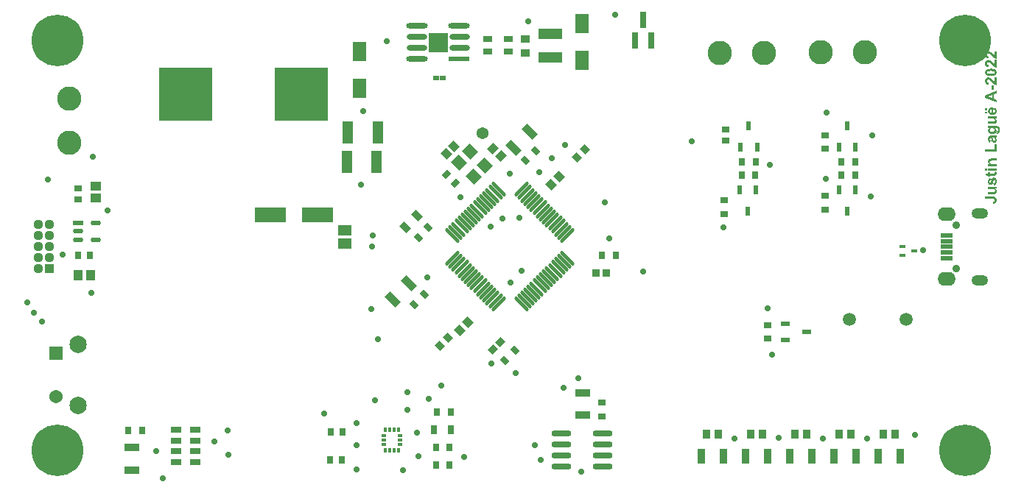
<source format=gts>
G04*
G04 #@! TF.GenerationSoftware,Altium Limited,Altium Designer,22.9.1 (49)*
G04*
G04 Layer_Color=8388736*
%FSLAX44Y44*%
%MOMM*%
G71*
G04*
G04 #@! TF.SameCoordinates,A2259558-2793-4ACD-BA26-FD92625B8348*
G04*
G04*
G04 #@! TF.FilePolarity,Negative*
G04*
G01*
G75*
%ADD19R,0.3500X0.5750*%
%ADD20R,0.5750X0.3500*%
G04:AMPARAMS|DCode=22|XSize=0.65mm|YSize=0.9mm|CornerRadius=0mm|HoleSize=0mm|Usage=FLASHONLY|Rotation=135.000|XOffset=0mm|YOffset=0mm|HoleType=Round|Shape=Rectangle|*
%AMROTATEDRECTD22*
4,1,4,0.5480,0.0884,-0.0884,-0.5480,-0.5480,-0.0884,0.0884,0.5480,0.5480,0.0884,0.0*
%
%ADD22ROTATEDRECTD22*%

G04:AMPARAMS|DCode=30|XSize=0.7565mm|YSize=0.8621mm|CornerRadius=0mm|HoleSize=0mm|Usage=FLASHONLY|Rotation=225.000|XOffset=0mm|YOffset=0mm|HoleType=Round|Shape=Rectangle|*
%AMROTATEDRECTD30*
4,1,4,-0.0374,0.5723,0.5723,-0.0374,0.0374,-0.5723,-0.5723,0.0374,-0.0374,0.5723,0.0*
%
%ADD30ROTATEDRECTD30*%

%ADD33R,0.8578X0.8121*%
G04:AMPARAMS|DCode=42|XSize=1.2052mm|YSize=0.5321mm|CornerRadius=0.2661mm|HoleSize=0mm|Usage=FLASHONLY|Rotation=0.000|XOffset=0mm|YOffset=0mm|HoleType=Round|Shape=RoundedRectangle|*
%AMROUNDEDRECTD42*
21,1,1.2052,0.0000,0,0,0.0*
21,1,0.6731,0.5321,0,0,0.0*
1,1,0.5321,0.3366,0.0000*
1,1,0.5321,-0.3366,0.0000*
1,1,0.5321,-0.3366,0.0000*
1,1,0.5321,0.3366,0.0000*
%
%ADD42ROUNDEDRECTD42*%
%ADD43R,1.2052X0.5321*%
%ADD44R,0.7565X0.8621*%
%ADD47R,0.8000X0.4000*%
%ADD52R,0.5500X1.0500*%
G04:AMPARAMS|DCode=55|XSize=0.8578mm|YSize=0.8121mm|CornerRadius=0mm|HoleSize=0mm|Usage=FLASHONLY|Rotation=225.000|XOffset=0mm|YOffset=0mm|HoleType=Round|Shape=Rectangle|*
%AMROTATEDRECTD55*
4,1,4,0.0161,0.5904,0.5904,0.0161,-0.0161,-0.5904,-0.5904,-0.0161,0.0161,0.5904,0.0*
%
%ADD55ROTATEDRECTD55*%

%ADD56R,1.0500X0.5500*%
G04:AMPARAMS|DCode=59|XSize=2.4741mm|YSize=0.6221mm|CornerRadius=0.3111mm|HoleSize=0mm|Usage=FLASHONLY|Rotation=180.000|XOffset=0mm|YOffset=0mm|HoleType=Round|Shape=RoundedRectangle|*
%AMROUNDEDRECTD59*
21,1,2.4741,0.0000,0,0,180.0*
21,1,1.8519,0.6221,0,0,180.0*
1,1,0.6221,-0.9260,0.0000*
1,1,0.6221,0.9260,0.0000*
1,1,0.6221,0.9260,0.0000*
1,1,0.6221,-0.9260,0.0000*
%
%ADD59ROUNDEDRECTD59*%
G04:AMPARAMS|DCode=60|XSize=2.3581mm|YSize=0.6221mm|CornerRadius=0.3111mm|HoleSize=0mm|Usage=FLASHONLY|Rotation=180.000|XOffset=0mm|YOffset=0mm|HoleType=Round|Shape=RoundedRectangle|*
%AMROUNDEDRECTD60*
21,1,2.3581,0.0000,0,0,180.0*
21,1,1.7360,0.6221,0,0,180.0*
1,1,0.6221,-0.8680,0.0000*
1,1,0.6221,0.8680,0.0000*
1,1,0.6221,0.8680,0.0000*
1,1,0.6221,-0.8680,0.0000*
%
%ADD60ROUNDEDRECTD60*%
%ADD61R,2.4741X0.6221*%
%ADD62R,1.2500X2.5000*%
%ADD63R,1.0000X0.7500*%
%ADD64R,1.0800X0.9700*%
G04:AMPARAMS|DCode=65|XSize=1.4mm|YSize=1.2mm|CornerRadius=0mm|HoleSize=0mm|Usage=FLASHONLY|Rotation=315.000|XOffset=0mm|YOffset=0mm|HoleType=Round|Shape=Rectangle|*
%AMROTATEDRECTD65*
4,1,4,-0.9192,0.0707,-0.0707,0.9192,0.9192,-0.0707,0.0707,-0.9192,-0.9192,0.0707,0.0*
%
%ADD65ROTATEDRECTD65*%

G04:AMPARAMS|DCode=66|XSize=1mm|YSize=0.85mm|CornerRadius=0mm|HoleSize=0mm|Usage=FLASHONLY|Rotation=225.000|XOffset=0mm|YOffset=0mm|HoleType=Round|Shape=Rectangle|*
%AMROTATEDRECTD66*
4,1,4,0.0530,0.6541,0.6541,0.0530,-0.0530,-0.6541,-0.6541,-0.0530,0.0530,0.6541,0.0*
%
%ADD66ROTATEDRECTD66*%

G04:AMPARAMS|DCode=67|XSize=1mm|YSize=0.85mm|CornerRadius=0mm|HoleSize=0mm|Usage=FLASHONLY|Rotation=135.000|XOffset=0mm|YOffset=0mm|HoleType=Round|Shape=Rectangle|*
%AMROTATEDRECTD67*
4,1,4,0.6541,-0.0530,0.0530,-0.6541,-0.6541,0.0530,-0.0530,0.6541,0.6541,-0.0530,0.0*
%
%ADD67ROTATEDRECTD67*%

%ADD68R,0.6600X0.6200*%
G04:AMPARAMS|DCode=69|XSize=0.4mm|YSize=2.2mm|CornerRadius=0mm|HoleSize=0mm|Usage=FLASHONLY|Rotation=45.000|XOffset=0mm|YOffset=0mm|HoleType=Round|Shape=Round|*
%AMOVALD69*
21,1,1.8000,0.4000,0.0000,0.0000,135.0*
1,1,0.4000,0.6364,-0.6364*
1,1,0.4000,-0.6364,0.6364*
%
%ADD69OVALD69*%

G04:AMPARAMS|DCode=70|XSize=0.4mm|YSize=2.2mm|CornerRadius=0mm|HoleSize=0mm|Usage=FLASHONLY|Rotation=315.000|XOffset=0mm|YOffset=0mm|HoleType=Round|Shape=Round|*
%AMOVALD70*
21,1,1.8000,0.4000,0.0000,0.0000,45.0*
1,1,0.4000,-0.6364,-0.6364*
1,1,0.4000,0.6364,0.6364*
%
%ADD70OVALD70*%

G04:AMPARAMS|DCode=71|XSize=0.95mm|YSize=0.7mm|CornerRadius=0mm|HoleSize=0mm|Usage=FLASHONLY|Rotation=315.000|XOffset=0mm|YOffset=0mm|HoleType=Round|Shape=Rectangle|*
%AMROTATEDRECTD71*
4,1,4,-0.5834,0.0884,-0.0884,0.5834,0.5834,-0.0884,0.0884,-0.5834,-0.5834,0.0884,0.0*
%
%ADD71ROTATEDRECTD71*%

%ADD72R,0.7000X0.9500*%
G04:AMPARAMS|DCode=73|XSize=1.7mm|YSize=0.95mm|CornerRadius=0mm|HoleSize=0mm|Usage=FLASHONLY|Rotation=315.000|XOffset=0mm|YOffset=0mm|HoleType=Round|Shape=Rectangle|*
%AMROTATEDRECTD73*
4,1,4,-0.9369,0.2652,-0.2652,0.9369,0.9369,-0.2652,0.2652,-0.9369,-0.9369,0.2652,0.0*
%
%ADD73ROTATEDRECTD73*%

G04:AMPARAMS|DCode=74|XSize=1.05mm|YSize=0.9mm|CornerRadius=0mm|HoleSize=0mm|Usage=FLASHONLY|Rotation=315.000|XOffset=0mm|YOffset=0mm|HoleType=Round|Shape=Rectangle|*
%AMROTATEDRECTD74*
4,1,4,-0.6894,0.0530,-0.0530,0.6894,0.6894,-0.0530,0.0530,-0.6894,-0.6894,0.0530,0.0*
%
%ADD74ROTATEDRECTD74*%

%ADD75R,0.6500X1.9000*%
%ADD76R,6.1000X6.1000*%
%ADD77R,0.9500X0.7000*%
%ADD78R,1.7000X0.9500*%
%ADD79R,0.9000X1.0500*%
G04:AMPARAMS|DCode=80|XSize=1.1mm|YSize=0.8mm|CornerRadius=0mm|HoleSize=0mm|Usage=FLASHONLY|Rotation=135.000|XOffset=0mm|YOffset=0mm|HoleType=Round|Shape=Rectangle|*
%AMROTATEDRECTD80*
4,1,4,0.6718,-0.1061,0.1061,-0.6718,-0.6718,0.1061,-0.1061,0.6718,0.6718,-0.1061,0.0*
%
%ADD80ROTATEDRECTD80*%

%ADD81R,1.6000X2.2200*%
%ADD82R,2.7000X1.2000*%
%ADD83R,1.2000X0.7000*%
%ADD84R,1.4000X0.5500*%
%ADD85O,2.3000X0.7000*%
%ADD86R,0.8000X1.1000*%
%ADD87R,3.6000X1.7000*%
%ADD88R,1.5000X1.2000*%
%ADD89R,0.9500X0.8000*%
%ADD90R,0.9500X1.7000*%
%ADD91R,1.1000X1.1500*%
%ADD92R,1.1500X1.1000*%
%ADD93R,2.2900X2.2900*%
%ADD94C,5.9420*%
%ADD95C,1.5080*%
%ADD96C,2.7940*%
%ADD97C,1.1160*%
%ADD98R,1.1160X1.1160*%
%ADD99O,2.1000X1.5500*%
%ADD100O,1.9000X1.2500*%
%ADD101C,0.9000*%
%ADD102C,1.9954*%
%ADD103C,1.5406*%
%ADD104R,1.5406X1.5406*%
%ADD105C,0.7096*%
%ADD106C,1.3700*%
G36*
X1129166Y500852D02*
X1129147D01*
X1129109D01*
X1129034Y500871D01*
X1128940Y500890D01*
X1128827Y500908D01*
X1128696Y500927D01*
X1128357Y501002D01*
X1127981Y501115D01*
X1127568Y501266D01*
X1127117Y501454D01*
X1126684Y501698D01*
X1126666D01*
X1126628Y501735D01*
X1126553Y501773D01*
X1126478Y501848D01*
X1126346Y501923D01*
X1126215Y502036D01*
X1126045Y502168D01*
X1125857Y502318D01*
X1125632Y502487D01*
X1125406Y502694D01*
X1125143Y502920D01*
X1124861Y503183D01*
X1124579Y503465D01*
X1124260Y503784D01*
X1123922Y504123D01*
X1123564Y504498D01*
X1123546Y504517D01*
X1123489Y504574D01*
X1123414Y504649D01*
X1123301Y504762D01*
X1123188Y504912D01*
X1123038Y505062D01*
X1122700Y505401D01*
X1122343Y505739D01*
X1121985Y506077D01*
X1121835Y506228D01*
X1121666Y506378D01*
X1121534Y506491D01*
X1121422Y506566D01*
X1121384Y506585D01*
X1121290Y506641D01*
X1121140Y506735D01*
X1120933Y506829D01*
X1120707Y506923D01*
X1120444Y507017D01*
X1120181Y507074D01*
X1119899Y507092D01*
X1119880D01*
X1119862D01*
X1119768D01*
X1119598Y507074D01*
X1119410Y507036D01*
X1119204Y506980D01*
X1118997Y506904D01*
X1118790Y506792D01*
X1118602Y506641D01*
X1118583Y506622D01*
X1118527Y506566D01*
X1118452Y506453D01*
X1118377Y506322D01*
X1118301Y506134D01*
X1118226Y505927D01*
X1118170Y505683D01*
X1118151Y505401D01*
Y505269D01*
X1118170Y505119D01*
X1118207Y504950D01*
X1118264Y504743D01*
X1118358Y504536D01*
X1118471Y504329D01*
X1118621Y504141D01*
X1118640Y504123D01*
X1118715Y504066D01*
X1118828Y503991D01*
X1118997Y503916D01*
X1119204Y503822D01*
X1119486Y503747D01*
X1119805Y503671D01*
X1120181Y503634D01*
X1119937Y501153D01*
X1119918D01*
X1119843Y501172D01*
X1119749D01*
X1119598Y501209D01*
X1119429Y501228D01*
X1119241Y501284D01*
X1119035Y501341D01*
X1118790Y501397D01*
X1118320Y501585D01*
X1117832Y501811D01*
X1117587Y501961D01*
X1117362Y502130D01*
X1117174Y502318D01*
X1116986Y502525D01*
X1116967Y502544D01*
X1116948Y502581D01*
X1116911Y502638D01*
X1116835Y502732D01*
X1116779Y502844D01*
X1116704Y502995D01*
X1116610Y503145D01*
X1116535Y503333D01*
X1116441Y503540D01*
X1116366Y503765D01*
X1116215Y504254D01*
X1116121Y504837D01*
X1116102Y505137D01*
X1116084Y505457D01*
Y505645D01*
X1116102Y505777D01*
X1116121Y505946D01*
X1116140Y506134D01*
X1116178Y506340D01*
X1116215Y506566D01*
X1116347Y507055D01*
X1116535Y507543D01*
X1116647Y507807D01*
X1116779Y508032D01*
X1116948Y508276D01*
X1117136Y508483D01*
X1117155Y508502D01*
X1117174Y508540D01*
X1117249Y508577D01*
X1117324Y508652D01*
X1117418Y508746D01*
X1117550Y508840D01*
X1117681Y508934D01*
X1117850Y509047D01*
X1118226Y509235D01*
X1118659Y509423D01*
X1118903Y509498D01*
X1119166Y509536D01*
X1119448Y509573D01*
X1119730Y509592D01*
X1119768D01*
X1119880D01*
X1120050Y509573D01*
X1120256Y509555D01*
X1120519Y509517D01*
X1120801Y509461D01*
X1121102Y509385D01*
X1121403Y509273D01*
X1121440Y509254D01*
X1121534Y509216D01*
X1121704Y509141D01*
X1121910Y509028D01*
X1122155Y508897D01*
X1122437Y508728D01*
X1122737Y508521D01*
X1123057Y508276D01*
X1123076Y508258D01*
X1123170Y508182D01*
X1123301Y508070D01*
X1123489Y507901D01*
X1123715Y507675D01*
X1124016Y507393D01*
X1124335Y507055D01*
X1124730Y506641D01*
X1124749Y506622D01*
X1124767Y506585D01*
X1124824Y506529D01*
X1124899Y506453D01*
X1125087Y506246D01*
X1125312Y506002D01*
X1125557Y505758D01*
X1125801Y505513D01*
X1126008Y505288D01*
X1126102Y505213D01*
X1126177Y505137D01*
X1126196Y505119D01*
X1126233Y505081D01*
X1126309Y505025D01*
X1126403Y504950D01*
X1126609Y504780D01*
X1126854Y504630D01*
Y509592D01*
X1129166D01*
Y500852D01*
D02*
G37*
G36*
Y490740D02*
X1129147D01*
X1129109D01*
X1129034Y490759D01*
X1128940Y490777D01*
X1128827Y490796D01*
X1128696Y490815D01*
X1128357Y490890D01*
X1127981Y491003D01*
X1127568Y491153D01*
X1127117Y491341D01*
X1126684Y491586D01*
X1126666D01*
X1126628Y491623D01*
X1126553Y491661D01*
X1126478Y491736D01*
X1126346Y491811D01*
X1126215Y491924D01*
X1126045Y492056D01*
X1125857Y492206D01*
X1125632Y492375D01*
X1125406Y492582D01*
X1125143Y492807D01*
X1124861Y493070D01*
X1124579Y493353D01*
X1124260Y493672D01*
X1123922Y494010D01*
X1123564Y494386D01*
X1123546Y494405D01*
X1123489Y494461D01*
X1123414Y494537D01*
X1123301Y494649D01*
X1123188Y494800D01*
X1123038Y494950D01*
X1122700Y495288D01*
X1122343Y495627D01*
X1121985Y495965D01*
X1121835Y496115D01*
X1121666Y496266D01*
X1121534Y496379D01*
X1121422Y496454D01*
X1121384Y496473D01*
X1121290Y496529D01*
X1121140Y496623D01*
X1120933Y496717D01*
X1120707Y496811D01*
X1120444Y496905D01*
X1120181Y496961D01*
X1119899Y496980D01*
X1119880D01*
X1119862D01*
X1119768D01*
X1119598Y496961D01*
X1119410Y496924D01*
X1119204Y496867D01*
X1118997Y496792D01*
X1118790Y496679D01*
X1118602Y496529D01*
X1118583Y496510D01*
X1118527Y496454D01*
X1118452Y496341D01*
X1118377Y496209D01*
X1118301Y496021D01*
X1118226Y495815D01*
X1118170Y495570D01*
X1118151Y495288D01*
Y495157D01*
X1118170Y495006D01*
X1118207Y494837D01*
X1118264Y494631D01*
X1118358Y494424D01*
X1118471Y494217D01*
X1118621Y494029D01*
X1118640Y494010D01*
X1118715Y493954D01*
X1118828Y493879D01*
X1118997Y493804D01*
X1119204Y493710D01*
X1119486Y493634D01*
X1119805Y493559D01*
X1120181Y493522D01*
X1119937Y491040D01*
X1119918D01*
X1119843Y491059D01*
X1119749D01*
X1119598Y491097D01*
X1119429Y491116D01*
X1119241Y491172D01*
X1119035Y491228D01*
X1118790Y491285D01*
X1118320Y491473D01*
X1117832Y491698D01*
X1117587Y491849D01*
X1117362Y492018D01*
X1117174Y492206D01*
X1116986Y492413D01*
X1116967Y492431D01*
X1116948Y492469D01*
X1116911Y492525D01*
X1116835Y492619D01*
X1116779Y492732D01*
X1116704Y492883D01*
X1116610Y493033D01*
X1116535Y493221D01*
X1116441Y493428D01*
X1116366Y493653D01*
X1116215Y494142D01*
X1116121Y494725D01*
X1116102Y495025D01*
X1116084Y495345D01*
Y495533D01*
X1116102Y495664D01*
X1116121Y495834D01*
X1116140Y496021D01*
X1116178Y496228D01*
X1116215Y496454D01*
X1116347Y496942D01*
X1116535Y497431D01*
X1116647Y497694D01*
X1116779Y497920D01*
X1116948Y498164D01*
X1117136Y498371D01*
X1117155Y498390D01*
X1117174Y498427D01*
X1117249Y498465D01*
X1117324Y498540D01*
X1117418Y498634D01*
X1117550Y498728D01*
X1117681Y498822D01*
X1117850Y498935D01*
X1118226Y499123D01*
X1118659Y499311D01*
X1118903Y499386D01*
X1119166Y499424D01*
X1119448Y499461D01*
X1119730Y499480D01*
X1119768D01*
X1119880D01*
X1120050Y499461D01*
X1120256Y499442D01*
X1120519Y499405D01*
X1120801Y499348D01*
X1121102Y499273D01*
X1121403Y499160D01*
X1121440Y499142D01*
X1121534Y499104D01*
X1121704Y499029D01*
X1121910Y498916D01*
X1122155Y498784D01*
X1122437Y498615D01*
X1122737Y498409D01*
X1123057Y498164D01*
X1123076Y498145D01*
X1123170Y498070D01*
X1123301Y497957D01*
X1123489Y497788D01*
X1123715Y497563D01*
X1124016Y497281D01*
X1124335Y496942D01*
X1124730Y496529D01*
X1124749Y496510D01*
X1124767Y496473D01*
X1124824Y496416D01*
X1124899Y496341D01*
X1125087Y496134D01*
X1125312Y495890D01*
X1125557Y495646D01*
X1125801Y495401D01*
X1126008Y495176D01*
X1126102Y495101D01*
X1126177Y495025D01*
X1126196Y495006D01*
X1126233Y494969D01*
X1126309Y494912D01*
X1126403Y494837D01*
X1126609Y494668D01*
X1126854Y494518D01*
Y499480D01*
X1129166D01*
Y490740D01*
D02*
G37*
G36*
X1123358Y489368D02*
X1123658Y489349D01*
X1124016Y489311D01*
X1124391Y489274D01*
X1124805Y489236D01*
X1125237Y489161D01*
X1125688Y489067D01*
X1126121Y488973D01*
X1126553Y488841D01*
X1126985Y488710D01*
X1127380Y488522D01*
X1127756Y488334D01*
X1128075Y488108D01*
X1128094Y488090D01*
X1128132Y488052D01*
X1128207Y487996D01*
X1128282Y487920D01*
X1128376Y487808D01*
X1128489Y487676D01*
X1128621Y487507D01*
X1128733Y487338D01*
X1128865Y487131D01*
X1128996Y486924D01*
X1129109Y486680D01*
X1129203Y486417D01*
X1129278Y486135D01*
X1129353Y485815D01*
X1129391Y485496D01*
X1129410Y485157D01*
Y485082D01*
X1129391Y484969D01*
Y484838D01*
X1129372Y484688D01*
X1129335Y484500D01*
X1129297Y484293D01*
X1129222Y484067D01*
X1129147Y483823D01*
X1129053Y483578D01*
X1128940Y483315D01*
X1128790Y483071D01*
X1128639Y482808D01*
X1128432Y482564D01*
X1128226Y482319D01*
X1127963Y482094D01*
X1127944Y482075D01*
X1127887Y482037D01*
X1127794Y481981D01*
X1127681Y481925D01*
X1127512Y481830D01*
X1127305Y481736D01*
X1127042Y481624D01*
X1126760Y481530D01*
X1126421Y481417D01*
X1126045Y481304D01*
X1125613Y481210D01*
X1125143Y481135D01*
X1124617Y481060D01*
X1124034Y481003D01*
X1123414Y480966D01*
X1122737Y480947D01*
X1122719D01*
X1122700D01*
X1122643D01*
X1122568D01*
X1122380D01*
X1122136Y480966D01*
X1121835Y480985D01*
X1121478Y481022D01*
X1121102Y481060D01*
X1120689Y481097D01*
X1120256Y481173D01*
X1119824Y481248D01*
X1119373Y481361D01*
X1118941Y481473D01*
X1118527Y481624D01*
X1118132Y481793D01*
X1117756Y481981D01*
X1117437Y482206D01*
X1117418Y482225D01*
X1117381Y482263D01*
X1117305Y482319D01*
X1117230Y482413D01*
X1117117Y482507D01*
X1117005Y482639D01*
X1116892Y482808D01*
X1116760Y482977D01*
X1116629Y483184D01*
X1116516Y483391D01*
X1116403Y483635D01*
X1116290Y483898D01*
X1116215Y484180D01*
X1116140Y484500D01*
X1116102Y484819D01*
X1116084Y485157D01*
Y485345D01*
X1116102Y485477D01*
X1116121Y485627D01*
X1116159Y485815D01*
X1116196Y486003D01*
X1116253Y486229D01*
X1116328Y486473D01*
X1116422Y486699D01*
X1116516Y486943D01*
X1116647Y487187D01*
X1116817Y487432D01*
X1116986Y487676D01*
X1117193Y487902D01*
X1117437Y488108D01*
X1117456Y488127D01*
X1117512Y488165D01*
X1117606Y488221D01*
X1117738Y488315D01*
X1117926Y488409D01*
X1118151Y488522D01*
X1118395Y488635D01*
X1118715Y488747D01*
X1119053Y488860D01*
X1119448Y488992D01*
X1119880Y489086D01*
X1120369Y489180D01*
X1120895Y489274D01*
X1121459Y489330D01*
X1122079Y489368D01*
X1122756Y489386D01*
X1122775D01*
X1122794D01*
X1122850D01*
X1122925D01*
X1123113D01*
X1123358Y489368D01*
D02*
G37*
G36*
X1129166Y470515D02*
X1129147D01*
X1129109D01*
X1129034Y470534D01*
X1128940Y470553D01*
X1128827Y470572D01*
X1128696Y470591D01*
X1128357Y470666D01*
X1127981Y470779D01*
X1127568Y470929D01*
X1127117Y471117D01*
X1126684Y471361D01*
X1126666D01*
X1126628Y471399D01*
X1126553Y471436D01*
X1126478Y471511D01*
X1126346Y471587D01*
X1126215Y471699D01*
X1126045Y471831D01*
X1125857Y471981D01*
X1125632Y472151D01*
X1125406Y472357D01*
X1125143Y472583D01*
X1124861Y472846D01*
X1124579Y473128D01*
X1124260Y473447D01*
X1123922Y473786D01*
X1123564Y474162D01*
X1123546Y474180D01*
X1123489Y474237D01*
X1123414Y474312D01*
X1123301Y474425D01*
X1123188Y474575D01*
X1123038Y474726D01*
X1122700Y475064D01*
X1122343Y475402D01*
X1121985Y475741D01*
X1121835Y475891D01*
X1121666Y476041D01*
X1121534Y476154D01*
X1121422Y476229D01*
X1121384Y476248D01*
X1121290Y476305D01*
X1121140Y476399D01*
X1120933Y476492D01*
X1120707Y476586D01*
X1120444Y476680D01*
X1120181Y476737D01*
X1119899Y476756D01*
X1119880D01*
X1119862D01*
X1119768D01*
X1119598Y476737D01*
X1119410Y476699D01*
X1119204Y476643D01*
X1118997Y476568D01*
X1118790Y476455D01*
X1118602Y476305D01*
X1118583Y476286D01*
X1118527Y476229D01*
X1118452Y476116D01*
X1118377Y475985D01*
X1118301Y475797D01*
X1118226Y475590D01*
X1118170Y475346D01*
X1118151Y475064D01*
Y474932D01*
X1118170Y474782D01*
X1118207Y474613D01*
X1118264Y474406D01*
X1118358Y474199D01*
X1118471Y473993D01*
X1118621Y473805D01*
X1118640Y473786D01*
X1118715Y473729D01*
X1118828Y473654D01*
X1118997Y473579D01*
X1119204Y473485D01*
X1119486Y473410D01*
X1119805Y473335D01*
X1120181Y473297D01*
X1119937Y470816D01*
X1119918D01*
X1119843Y470835D01*
X1119749D01*
X1119598Y470872D01*
X1119429Y470891D01*
X1119241Y470948D01*
X1119035Y471004D01*
X1118790Y471060D01*
X1118320Y471248D01*
X1117832Y471474D01*
X1117587Y471624D01*
X1117362Y471793D01*
X1117174Y471981D01*
X1116986Y472188D01*
X1116967Y472207D01*
X1116948Y472244D01*
X1116911Y472301D01*
X1116835Y472395D01*
X1116779Y472508D01*
X1116704Y472658D01*
X1116610Y472808D01*
X1116535Y472996D01*
X1116441Y473203D01*
X1116366Y473429D01*
X1116215Y473917D01*
X1116121Y474500D01*
X1116102Y474801D01*
X1116084Y475120D01*
Y475308D01*
X1116102Y475440D01*
X1116121Y475609D01*
X1116140Y475797D01*
X1116178Y476004D01*
X1116215Y476229D01*
X1116347Y476718D01*
X1116535Y477207D01*
X1116647Y477470D01*
X1116779Y477695D01*
X1116948Y477940D01*
X1117136Y478147D01*
X1117155Y478165D01*
X1117174Y478203D01*
X1117249Y478241D01*
X1117324Y478316D01*
X1117418Y478410D01*
X1117550Y478504D01*
X1117681Y478598D01*
X1117850Y478710D01*
X1118226Y478898D01*
X1118659Y479086D01*
X1118903Y479161D01*
X1119166Y479199D01*
X1119448Y479237D01*
X1119730Y479255D01*
X1119768D01*
X1119880D01*
X1120050Y479237D01*
X1120256Y479218D01*
X1120519Y479180D01*
X1120801Y479124D01*
X1121102Y479049D01*
X1121403Y478936D01*
X1121440Y478917D01*
X1121534Y478880D01*
X1121704Y478804D01*
X1121910Y478692D01*
X1122155Y478560D01*
X1122437Y478391D01*
X1122737Y478184D01*
X1123057Y477940D01*
X1123076Y477921D01*
X1123170Y477846D01*
X1123301Y477733D01*
X1123489Y477564D01*
X1123715Y477338D01*
X1124016Y477056D01*
X1124335Y476718D01*
X1124730Y476305D01*
X1124749Y476286D01*
X1124767Y476248D01*
X1124824Y476192D01*
X1124899Y476116D01*
X1125087Y475910D01*
X1125312Y475665D01*
X1125557Y475421D01*
X1125801Y475177D01*
X1126008Y474951D01*
X1126102Y474876D01*
X1126177Y474801D01*
X1126196Y474782D01*
X1126233Y474744D01*
X1126309Y474688D01*
X1126403Y474613D01*
X1126609Y474444D01*
X1126854Y474293D01*
Y479255D01*
X1129166D01*
Y470515D01*
D02*
G37*
G36*
X1125688Y465027D02*
X1123188D01*
Y469933D01*
X1125688D01*
Y465027D01*
D02*
G37*
G36*
X1129166Y461099D02*
X1126215Y459971D01*
Y454745D01*
X1129166Y453674D01*
Y450892D01*
X1116159Y455930D01*
Y458711D01*
X1129166Y463937D01*
Y461099D01*
D02*
G37*
G36*
X1118508Y441607D02*
X1116366D01*
Y443750D01*
X1118508D01*
Y441607D01*
D02*
G37*
G36*
Y437791D02*
X1116366D01*
Y439934D01*
X1118508D01*
Y437791D01*
D02*
G37*
G36*
X1125181Y438863D02*
X1125200D01*
X1125237D01*
X1125294D01*
X1125369Y438882D01*
X1125557Y438900D01*
X1125820Y438938D01*
X1126083Y439013D01*
X1126384Y439126D01*
X1126666Y439258D01*
X1126910Y439445D01*
X1126929Y439464D01*
X1127004Y439558D01*
X1127098Y439671D01*
X1127211Y439840D01*
X1127324Y440047D01*
X1127418Y440310D01*
X1127493Y440592D01*
X1127512Y440893D01*
Y440987D01*
X1127493Y441100D01*
X1127474Y441231D01*
X1127436Y441381D01*
X1127380Y441551D01*
X1127305Y441720D01*
X1127192Y441870D01*
X1127173Y441889D01*
X1127136Y441945D01*
X1127060Y442021D01*
X1126948Y442096D01*
X1126797Y442209D01*
X1126628Y442303D01*
X1126403Y442397D01*
X1126158Y442491D01*
X1126572Y444972D01*
X1126590D01*
X1126628Y444953D01*
X1126703Y444915D01*
X1126797Y444878D01*
X1126910Y444821D01*
X1127042Y444765D01*
X1127342Y444596D01*
X1127681Y444389D01*
X1128038Y444126D01*
X1128357Y443806D01*
X1128658Y443449D01*
Y443430D01*
X1128696Y443411D01*
X1128715Y443336D01*
X1128771Y443261D01*
X1128827Y443167D01*
X1128884Y443036D01*
X1128940Y442904D01*
X1129015Y442735D01*
X1129147Y442359D01*
X1129260Y441927D01*
X1129335Y441419D01*
X1129372Y440874D01*
Y440761D01*
X1129353Y440648D01*
Y440479D01*
X1129316Y440273D01*
X1129278Y440028D01*
X1129241Y439765D01*
X1129166Y439502D01*
X1129090Y439201D01*
X1128978Y438900D01*
X1128846Y438600D01*
X1128696Y438299D01*
X1128508Y437998D01*
X1128301Y437716D01*
X1128057Y437472D01*
X1127775Y437228D01*
X1127756Y437209D01*
X1127718Y437190D01*
X1127643Y437152D01*
X1127549Y437077D01*
X1127418Y437021D01*
X1127267Y436946D01*
X1127098Y436852D01*
X1126891Y436777D01*
X1126666Y436683D01*
X1126421Y436607D01*
X1126158Y436513D01*
X1125857Y436457D01*
X1125557Y436401D01*
X1125237Y436344D01*
X1124880Y436325D01*
X1124523Y436307D01*
X1124504D01*
X1124429D01*
X1124297D01*
X1124128Y436325D01*
X1123940Y436344D01*
X1123715Y436363D01*
X1123470Y436401D01*
X1123188Y436457D01*
X1122606Y436607D01*
X1122305Y436701D01*
X1121985Y436814D01*
X1121685Y436964D01*
X1121403Y437134D01*
X1121121Y437322D01*
X1120858Y437528D01*
X1120839Y437547D01*
X1120801Y437585D01*
X1120726Y437660D01*
X1120651Y437754D01*
X1120557Y437867D01*
X1120444Y438017D01*
X1120313Y438186D01*
X1120181Y438374D01*
X1120068Y438581D01*
X1119937Y438825D01*
X1119824Y439070D01*
X1119730Y439352D01*
X1119655Y439633D01*
X1119580Y439953D01*
X1119542Y440273D01*
X1119523Y440611D01*
Y440818D01*
X1119542Y440968D01*
X1119561Y441137D01*
X1119598Y441344D01*
X1119636Y441570D01*
X1119692Y441814D01*
X1119768Y442077D01*
X1119862Y442340D01*
X1119974Y442622D01*
X1120125Y442904D01*
X1120275Y443167D01*
X1120463Y443430D01*
X1120689Y443693D01*
X1120933Y443919D01*
X1120952Y443938D01*
X1120989Y443975D01*
X1121083Y444032D01*
X1121196Y444107D01*
X1121346Y444201D01*
X1121516Y444295D01*
X1121741Y444408D01*
X1121985Y444520D01*
X1122268Y444633D01*
X1122587Y444746D01*
X1122925Y444840D01*
X1123320Y444934D01*
X1123734Y445009D01*
X1124185Y445065D01*
X1124654Y445103D01*
X1125181D01*
Y438863D01*
D02*
G37*
G36*
X1129166Y432153D02*
X1127756D01*
X1127794Y432134D01*
X1127887Y432059D01*
X1128019Y431946D01*
X1128188Y431777D01*
X1128395Y431589D01*
X1128583Y431344D01*
X1128790Y431081D01*
X1128959Y430781D01*
X1128978Y430743D01*
X1129015Y430630D01*
X1129090Y430461D01*
X1129166Y430235D01*
X1129241Y429972D01*
X1129316Y429672D01*
X1129353Y429352D01*
X1129372Y429014D01*
Y428845D01*
X1129353Y428675D01*
X1129316Y428450D01*
X1129278Y428168D01*
X1129203Y427886D01*
X1129090Y427585D01*
X1128959Y427303D01*
X1128940Y427266D01*
X1128884Y427191D01*
X1128790Y427040D01*
X1128658Y426890D01*
X1128489Y426702D01*
X1128301Y426533D01*
X1128057Y426363D01*
X1127794Y426213D01*
X1127756Y426194D01*
X1127662Y426157D01*
X1127493Y426100D01*
X1127248Y426044D01*
X1126948Y425988D01*
X1126590Y425931D01*
X1126177Y425894D01*
X1125707Y425875D01*
X1119730D01*
Y428375D01*
X1124072D01*
X1124091D01*
X1124166D01*
X1124260D01*
X1124391D01*
X1124542D01*
X1124711D01*
X1125106Y428394D01*
X1125538Y428412D01*
X1125933Y428431D01*
X1126102Y428450D01*
X1126271Y428469D01*
X1126403Y428488D01*
X1126497Y428506D01*
X1126515D01*
X1126572Y428525D01*
X1126647Y428563D01*
X1126760Y428619D01*
X1126872Y428675D01*
X1126985Y428769D01*
X1127098Y428863D01*
X1127211Y428995D01*
X1127230Y429014D01*
X1127248Y429070D01*
X1127286Y429145D01*
X1127324Y429258D01*
X1127380Y429390D01*
X1127418Y429559D01*
X1127436Y429728D01*
X1127455Y429935D01*
Y430047D01*
X1127436Y430160D01*
X1127418Y430311D01*
X1127380Y430499D01*
X1127305Y430687D01*
X1127230Y430893D01*
X1127117Y431081D01*
X1127098Y431100D01*
X1127060Y431157D01*
X1126985Y431250D01*
X1126872Y431363D01*
X1126741Y431476D01*
X1126609Y431589D01*
X1126440Y431702D01*
X1126252Y431777D01*
X1126233D01*
X1126139Y431814D01*
X1126064D01*
X1125970Y431833D01*
X1125876Y431852D01*
X1125745Y431871D01*
X1125575Y431889D01*
X1125406Y431908D01*
X1125200Y431927D01*
X1124955D01*
X1124692Y431946D01*
X1124391Y431965D01*
X1124072D01*
X1123715D01*
X1119730D01*
Y434465D01*
X1129166D01*
Y432153D01*
D02*
G37*
G36*
X1128771Y423431D02*
X1129128Y423413D01*
X1129541Y423375D01*
X1129955Y423337D01*
X1130350Y423262D01*
X1130519Y423225D01*
X1130688Y423168D01*
X1130726Y423149D01*
X1130820Y423112D01*
X1130970Y423055D01*
X1131158Y422961D01*
X1131365Y422849D01*
X1131590Y422717D01*
X1131797Y422567D01*
X1131985Y422379D01*
X1132004Y422360D01*
X1132060Y422285D01*
X1132154Y422172D01*
X1132248Y422040D01*
X1132361Y421852D01*
X1132493Y421627D01*
X1132605Y421364D01*
X1132718Y421063D01*
X1132737Y421025D01*
X1132756Y420913D01*
X1132812Y420743D01*
X1132850Y420499D01*
X1132906Y420180D01*
X1132962Y419823D01*
X1132981Y419409D01*
X1133000Y418958D01*
Y418732D01*
X1132981Y418563D01*
Y418375D01*
X1132962Y418150D01*
X1132925Y417905D01*
X1132887Y417642D01*
X1132793Y417078D01*
X1132643Y416514D01*
X1132549Y416251D01*
X1132436Y415988D01*
X1132323Y415763D01*
X1132173Y415556D01*
X1132154Y415537D01*
X1132135Y415518D01*
X1132023Y415405D01*
X1131853Y415236D01*
X1131609Y415067D01*
X1131308Y414879D01*
X1130951Y414710D01*
X1130538Y414597D01*
X1130312Y414578D01*
X1130087Y414560D01*
X1130068D01*
X1129993D01*
X1129899D01*
X1129786Y414578D01*
X1130124Y417435D01*
X1130143D01*
X1130199Y417454D01*
X1130293Y417473D01*
X1130387Y417492D01*
X1130613Y417586D01*
X1130726Y417661D01*
X1130801Y417755D01*
X1130820Y417774D01*
X1130838Y417830D01*
X1130895Y417905D01*
X1130932Y418037D01*
X1130989Y418187D01*
X1131045Y418375D01*
X1131064Y418601D01*
X1131083Y418864D01*
Y419033D01*
X1131064Y419202D01*
X1131045Y419409D01*
X1131008Y419653D01*
X1130951Y419898D01*
X1130876Y420123D01*
X1130782Y420330D01*
X1130763Y420349D01*
X1130744Y420386D01*
X1130707Y420443D01*
X1130632Y420518D01*
X1130538Y420593D01*
X1130425Y420668D01*
X1130293Y420743D01*
X1130143Y420819D01*
X1130124D01*
X1130087Y420838D01*
X1130011Y420856D01*
X1129880Y420894D01*
X1129730Y420913D01*
X1129541Y420932D01*
X1129297Y420950D01*
X1129015D01*
X1127643D01*
X1127662Y420932D01*
X1127700Y420894D01*
X1127775Y420838D01*
X1127887Y420743D01*
X1128000Y420649D01*
X1128132Y420518D01*
X1128263Y420349D01*
X1128395Y420180D01*
X1128545Y419992D01*
X1128677Y419766D01*
X1128921Y419296D01*
X1129015Y419033D01*
X1129090Y418751D01*
X1129147Y418450D01*
X1129166Y418131D01*
Y418056D01*
X1129147Y417943D01*
Y417811D01*
X1129109Y417661D01*
X1129072Y417473D01*
X1129034Y417266D01*
X1128959Y417041D01*
X1128884Y416815D01*
X1128771Y416571D01*
X1128639Y416308D01*
X1128489Y416063D01*
X1128301Y415819D01*
X1128094Y415575D01*
X1127850Y415349D01*
X1127568Y415123D01*
X1127549D01*
X1127512Y415086D01*
X1127436Y415048D01*
X1127342Y414992D01*
X1127211Y414917D01*
X1127060Y414842D01*
X1126891Y414766D01*
X1126684Y414691D01*
X1126478Y414616D01*
X1126233Y414541D01*
X1125970Y414466D01*
X1125688Y414390D01*
X1125087Y414296D01*
X1124749Y414278D01*
X1124410Y414259D01*
X1124391D01*
X1124297D01*
X1124185D01*
X1124016Y414278D01*
X1123828Y414296D01*
X1123602Y414315D01*
X1123339Y414353D01*
X1123076Y414409D01*
X1122474Y414541D01*
X1122173Y414635D01*
X1121873Y414729D01*
X1121591Y414860D01*
X1121290Y415011D01*
X1121027Y415180D01*
X1120783Y415387D01*
X1120764Y415405D01*
X1120726Y415443D01*
X1120670Y415499D01*
X1120576Y415593D01*
X1120482Y415706D01*
X1120388Y415838D01*
X1120275Y415988D01*
X1120144Y416176D01*
X1120031Y416364D01*
X1119918Y416590D01*
X1119711Y417060D01*
X1119636Y417341D01*
X1119580Y417623D01*
X1119542Y417924D01*
X1119523Y418225D01*
Y418300D01*
X1119542Y418394D01*
Y418526D01*
X1119580Y418657D01*
X1119598Y418845D01*
X1119655Y419033D01*
X1119711Y419240D01*
X1119805Y419465D01*
X1119899Y419691D01*
X1120031Y419935D01*
X1120181Y420180D01*
X1120350Y420424D01*
X1120576Y420668D01*
X1120801Y420894D01*
X1121083Y421119D01*
X1119730D01*
Y423450D01*
X1128207D01*
X1128226D01*
X1128282D01*
X1128357D01*
X1128470D01*
X1128621D01*
X1128771Y423431D01*
D02*
G37*
G36*
X1129166Y410424D02*
X1129147D01*
X1129128Y410406D01*
X1129053Y410387D01*
X1128978Y410349D01*
X1128884Y410312D01*
X1128752Y410274D01*
X1128602Y410237D01*
X1128432Y410180D01*
X1128414D01*
X1128395Y410161D01*
X1128320Y410143D01*
X1128226Y410105D01*
X1128151Y410086D01*
X1128169Y410049D01*
X1128245Y409973D01*
X1128357Y409842D01*
X1128489Y409673D01*
X1128639Y409466D01*
X1128809Y409240D01*
X1128940Y408977D01*
X1129072Y408714D01*
X1129090Y408676D01*
X1129109Y408582D01*
X1129166Y408432D01*
X1129222Y408244D01*
X1129278Y408019D01*
X1129316Y407756D01*
X1129353Y407455D01*
X1129372Y407154D01*
Y407022D01*
X1129353Y406910D01*
Y406797D01*
X1129335Y406646D01*
X1129278Y406327D01*
X1129184Y405951D01*
X1129053Y405575D01*
X1128865Y405199D01*
X1128602Y404861D01*
X1128583D01*
X1128564Y404823D01*
X1128451Y404729D01*
X1128282Y404598D01*
X1128057Y404447D01*
X1127775Y404297D01*
X1127436Y404165D01*
X1127042Y404072D01*
X1126835Y404053D01*
X1126609Y404034D01*
X1126572D01*
X1126478D01*
X1126327Y404053D01*
X1126139Y404090D01*
X1125914Y404128D01*
X1125688Y404184D01*
X1125444Y404278D01*
X1125200Y404410D01*
X1125162Y404429D01*
X1125087Y404485D01*
X1124974Y404560D01*
X1124843Y404692D01*
X1124692Y404823D01*
X1124523Y405011D01*
X1124373Y405218D01*
X1124241Y405462D01*
X1124222Y405500D01*
X1124185Y405594D01*
X1124128Y405744D01*
X1124034Y405970D01*
X1123940Y406252D01*
X1123846Y406590D01*
X1123752Y407004D01*
X1123658Y407455D01*
Y407473D01*
X1123640Y407530D01*
X1123621Y407624D01*
X1123602Y407737D01*
X1123583Y407887D01*
X1123546Y408056D01*
X1123452Y408432D01*
X1123358Y408827D01*
X1123264Y409240D01*
X1123151Y409598D01*
X1123094Y409767D01*
X1123038Y409898D01*
X1122794D01*
X1122756D01*
X1122681D01*
X1122549Y409879D01*
X1122380Y409861D01*
X1122211Y409804D01*
X1122042Y409748D01*
X1121891Y409654D01*
X1121760Y409522D01*
X1121741Y409504D01*
X1121704Y409447D01*
X1121666Y409353D01*
X1121591Y409222D01*
X1121534Y409034D01*
X1121497Y408808D01*
X1121459Y408526D01*
X1121440Y408188D01*
Y408075D01*
X1121459Y407962D01*
X1121478Y407812D01*
X1121516Y407643D01*
X1121553Y407455D01*
X1121628Y407286D01*
X1121722Y407135D01*
X1121741Y407116D01*
X1121779Y407079D01*
X1121835Y407004D01*
X1121929Y406928D01*
X1122061Y406816D01*
X1122230Y406722D01*
X1122418Y406628D01*
X1122643Y406534D01*
X1122230Y404297D01*
X1122211D01*
X1122173Y404316D01*
X1122098Y404335D01*
X1122004Y404372D01*
X1121891Y404410D01*
X1121760Y404466D01*
X1121459Y404598D01*
X1121140Y404786D01*
X1120801Y405011D01*
X1120482Y405274D01*
X1120200Y405594D01*
Y405613D01*
X1120162Y405631D01*
X1120144Y405688D01*
X1120087Y405763D01*
X1120050Y405876D01*
X1119993Y405989D01*
X1119918Y406139D01*
X1119862Y406289D01*
X1119805Y406477D01*
X1119730Y406684D01*
X1119674Y406910D01*
X1119636Y407173D01*
X1119580Y407436D01*
X1119561Y407737D01*
X1119523Y408037D01*
Y408658D01*
X1119542Y408789D01*
Y408940D01*
X1119580Y409315D01*
X1119617Y409710D01*
X1119692Y410124D01*
X1119805Y410518D01*
X1119862Y410688D01*
X1119937Y410857D01*
Y410876D01*
X1119956Y410894D01*
X1120012Y410988D01*
X1120087Y411139D01*
X1120200Y411308D01*
X1120350Y411515D01*
X1120519Y411703D01*
X1120726Y411872D01*
X1120933Y412022D01*
X1120971Y412041D01*
X1121046Y412079D01*
X1121215Y412135D01*
X1121309Y412154D01*
X1121440Y412191D01*
X1121572Y412229D01*
X1121741Y412248D01*
X1121929Y412285D01*
X1122136Y412304D01*
X1122361Y412323D01*
X1122606Y412342D01*
X1122869Y412360D01*
X1123170D01*
X1126083Y412323D01*
X1126102D01*
X1126139D01*
X1126196D01*
X1126290D01*
X1126515D01*
X1126778Y412342D01*
X1127079D01*
X1127380Y412379D01*
X1127681Y412398D01*
X1127925Y412436D01*
X1127944D01*
X1128019Y412454D01*
X1128151Y412492D01*
X1128301Y412530D01*
X1128489Y412605D01*
X1128696Y412680D01*
X1128921Y412774D01*
X1129166Y412887D01*
Y410424D01*
D02*
G37*
G36*
Y393677D02*
X1116253D01*
Y396309D01*
X1126966D01*
Y402850D01*
X1129166D01*
Y393677D01*
D02*
G37*
G36*
Y383509D02*
X1124373D01*
X1124354D01*
X1124297D01*
X1124222D01*
X1124128D01*
X1123997D01*
X1123865D01*
X1123546Y383490D01*
X1123226Y383471D01*
X1122888Y383433D01*
X1122606Y383396D01*
X1122493Y383377D01*
X1122399Y383340D01*
X1122380D01*
X1122324Y383302D01*
X1122249Y383264D01*
X1122136Y383208D01*
X1121910Y383039D01*
X1121798Y382945D01*
X1121704Y382813D01*
X1121685Y382794D01*
X1121666Y382757D01*
X1121628Y382682D01*
X1121572Y382569D01*
X1121516Y382437D01*
X1121478Y382306D01*
X1121459Y382136D01*
X1121440Y381949D01*
Y381836D01*
X1121459Y381723D01*
X1121478Y381573D01*
X1121534Y381385D01*
X1121591Y381197D01*
X1121685Y380990D01*
X1121798Y380783D01*
X1121816Y380764D01*
X1121854Y380708D01*
X1121948Y380614D01*
X1122042Y380501D01*
X1122192Y380388D01*
X1122343Y380276D01*
X1122549Y380163D01*
X1122756Y380088D01*
X1122775D01*
X1122869Y380050D01*
X1123019Y380031D01*
X1123245Y379994D01*
X1123376Y379975D01*
X1123546Y379956D01*
X1123715Y379937D01*
X1123922D01*
X1124128Y379919D01*
X1124373Y379900D01*
X1124636D01*
X1124918D01*
X1129166D01*
Y377400D01*
X1119730D01*
Y379712D01*
X1121121D01*
X1121102Y379731D01*
X1121046Y379768D01*
X1120971Y379843D01*
X1120876Y379937D01*
X1120745Y380050D01*
X1120613Y380201D01*
X1120463Y380370D01*
X1120313Y380558D01*
X1120181Y380764D01*
X1120031Y381009D01*
X1119899Y381253D01*
X1119768Y381535D01*
X1119674Y381836D01*
X1119598Y382136D01*
X1119542Y382475D01*
X1119523Y382813D01*
Y382945D01*
X1119542Y383114D01*
X1119561Y383321D01*
X1119598Y383546D01*
X1119655Y383791D01*
X1119730Y384054D01*
X1119824Y384317D01*
X1119843Y384355D01*
X1119880Y384430D01*
X1119937Y384561D01*
X1120031Y384712D01*
X1120144Y384881D01*
X1120275Y385050D01*
X1120425Y385219D01*
X1120595Y385369D01*
X1120613Y385388D01*
X1120670Y385426D01*
X1120764Y385482D01*
X1120895Y385557D01*
X1121046Y385651D01*
X1121234Y385727D01*
X1121422Y385802D01*
X1121647Y385858D01*
X1121666D01*
X1121760Y385877D01*
X1121891Y385914D01*
X1122079Y385933D01*
X1122305Y385971D01*
X1122606Y385990D01*
X1122925Y386008D01*
X1123320D01*
X1129166D01*
Y383509D01*
D02*
G37*
G36*
Y372363D02*
X1119730D01*
Y374863D01*
X1129166D01*
Y372363D01*
D02*
G37*
G36*
X1118471D02*
X1116159D01*
Y374863D01*
X1118471D01*
Y372363D01*
D02*
G37*
G36*
X1129015Y370840D02*
X1129034Y370821D01*
X1129072Y370709D01*
X1129128Y370521D01*
X1129184Y370276D01*
X1129260Y369994D01*
X1129316Y369656D01*
X1129353Y369280D01*
X1129372Y368885D01*
Y368773D01*
X1129353Y368641D01*
X1129335Y368472D01*
X1129316Y368284D01*
X1129278Y368077D01*
X1129222Y367870D01*
X1129147Y367664D01*
X1129128Y367645D01*
X1129109Y367570D01*
X1129053Y367476D01*
X1128996Y367363D01*
X1128809Y367100D01*
X1128696Y366968D01*
X1128564Y366855D01*
X1128545Y366837D01*
X1128489Y366818D01*
X1128414Y366780D01*
X1128301Y366724D01*
X1128169Y366667D01*
X1128000Y366611D01*
X1127812Y366555D01*
X1127606Y366517D01*
X1127587D01*
X1127512Y366498D01*
X1127399D01*
X1127211Y366479D01*
X1126966Y366461D01*
X1126666D01*
X1126497Y366442D01*
X1126290D01*
X1126083D01*
X1125839D01*
X1121722D01*
Y365295D01*
X1119730D01*
Y366442D01*
X1117850D01*
X1116384Y368942D01*
X1119730D01*
Y370652D01*
X1121722D01*
Y368942D01*
X1125538D01*
X1125557D01*
X1125594D01*
X1125651D01*
X1125726D01*
X1125914D01*
X1126139D01*
X1126365Y368960D01*
X1126590D01*
X1126760D01*
X1126835Y368979D01*
X1126872D01*
X1126910Y368998D01*
X1126985Y369036D01*
X1127079Y369092D01*
X1127192Y369205D01*
X1127211Y369243D01*
X1127248Y369318D01*
X1127286Y369449D01*
X1127305Y369618D01*
Y369694D01*
X1127286Y369769D01*
X1127267Y369882D01*
X1127248Y370032D01*
X1127211Y370201D01*
X1127154Y370408D01*
X1127079Y370633D01*
X1129015Y370859D01*
Y370840D01*
D02*
G37*
G36*
X1126440Y364111D02*
X1126534Y364092D01*
X1126666Y364074D01*
X1126985Y363998D01*
X1127324Y363867D01*
X1127512Y363773D01*
X1127700Y363679D01*
X1127887Y363547D01*
X1128075Y363397D01*
X1128263Y363228D01*
X1128451Y363040D01*
X1128470Y363021D01*
X1128489Y362983D01*
X1128527Y362927D01*
X1128602Y362833D01*
X1128658Y362720D01*
X1128733Y362589D01*
X1128827Y362420D01*
X1128902Y362232D01*
X1128996Y362025D01*
X1129072Y361781D01*
X1129166Y361517D01*
X1129222Y361235D01*
X1129278Y360916D01*
X1129335Y360578D01*
X1129353Y360220D01*
X1129372Y359845D01*
Y359656D01*
X1129353Y359525D01*
Y359356D01*
X1129335Y359168D01*
X1129316Y358961D01*
X1129278Y358736D01*
X1129184Y358247D01*
X1129053Y357739D01*
X1128865Y357232D01*
X1128733Y357006D01*
X1128602Y356781D01*
X1128583Y356762D01*
X1128564Y356724D01*
X1128527Y356668D01*
X1128451Y356612D01*
X1128282Y356405D01*
X1128038Y356179D01*
X1127737Y355935D01*
X1127380Y355709D01*
X1126948Y355503D01*
X1126478Y355333D01*
X1126102Y357833D01*
X1126139D01*
X1126215Y357871D01*
X1126346Y357909D01*
X1126515Y357965D01*
X1126703Y358059D01*
X1126872Y358172D01*
X1127060Y358303D01*
X1127211Y358472D01*
X1127230Y358491D01*
X1127267Y358566D01*
X1127324Y358679D01*
X1127380Y358829D01*
X1127455Y359017D01*
X1127512Y359262D01*
X1127549Y359525D01*
X1127568Y359845D01*
Y359995D01*
X1127549Y360183D01*
X1127530Y360390D01*
X1127493Y360615D01*
X1127418Y360859D01*
X1127342Y361085D01*
X1127230Y361292D01*
X1127211Y361311D01*
X1127173Y361348D01*
X1127117Y361404D01*
X1127042Y361461D01*
X1126948Y361517D01*
X1126835Y361574D01*
X1126703Y361611D01*
X1126553Y361630D01*
X1126534D01*
X1126497D01*
X1126384Y361611D01*
X1126233Y361555D01*
X1126083Y361442D01*
X1126045Y361404D01*
X1126027Y361348D01*
X1125970Y361273D01*
X1125933Y361160D01*
X1125876Y361010D01*
X1125820Y360841D01*
X1125763Y360615D01*
Y360578D01*
X1125726Y360484D01*
X1125688Y360333D01*
X1125651Y360126D01*
X1125594Y359882D01*
X1125519Y359619D01*
X1125444Y359318D01*
X1125350Y358999D01*
X1125162Y358341D01*
X1125068Y358021D01*
X1124955Y357720D01*
X1124861Y357439D01*
X1124749Y357175D01*
X1124636Y356950D01*
X1124542Y356781D01*
X1124523Y356762D01*
X1124504Y356724D01*
X1124467Y356687D01*
X1124391Y356612D01*
X1124222Y356424D01*
X1123978Y356236D01*
X1123677Y356029D01*
X1123320Y355841D01*
X1123113Y355766D01*
X1122888Y355728D01*
X1122662Y355691D01*
X1122418Y355672D01*
X1122399D01*
X1122361D01*
X1122305D01*
X1122211Y355691D01*
X1122117Y355709D01*
X1121985Y355728D01*
X1121704Y355784D01*
X1121384Y355897D01*
X1121046Y356085D01*
X1120858Y356179D01*
X1120689Y356311D01*
X1120519Y356461D01*
X1120369Y356630D01*
X1120350Y356649D01*
X1120331Y356668D01*
X1120294Y356724D01*
X1120238Y356818D01*
X1120181Y356912D01*
X1120106Y357044D01*
X1120031Y357194D01*
X1119937Y357363D01*
X1119862Y357570D01*
X1119786Y357796D01*
X1119711Y358040D01*
X1119655Y358303D01*
X1119598Y358604D01*
X1119561Y358923D01*
X1119523Y359262D01*
Y359957D01*
X1119542Y360108D01*
X1119561Y360296D01*
X1119580Y360502D01*
X1119598Y360728D01*
X1119674Y361198D01*
X1119786Y361668D01*
X1119956Y362119D01*
X1120050Y362326D01*
X1120162Y362514D01*
Y362532D01*
X1120200Y362551D01*
X1120275Y362664D01*
X1120425Y362833D01*
X1120632Y363021D01*
X1120876Y363246D01*
X1121196Y363453D01*
X1121572Y363660D01*
X1122004Y363810D01*
X1122437Y361461D01*
X1122418D01*
X1122343Y361423D01*
X1122249Y361386D01*
X1122136Y361329D01*
X1121985Y361254D01*
X1121854Y361141D01*
X1121722Y361029D01*
X1121610Y360878D01*
X1121591Y360859D01*
X1121553Y360803D01*
X1121516Y360709D01*
X1121459Y360578D01*
X1121403Y360408D01*
X1121346Y360202D01*
X1121328Y359957D01*
X1121309Y359675D01*
Y359506D01*
X1121328Y359337D01*
X1121346Y359130D01*
X1121384Y358886D01*
X1121422Y358660D01*
X1121497Y358454D01*
X1121591Y358266D01*
Y358247D01*
X1121628Y358228D01*
X1121722Y358134D01*
X1121891Y358021D01*
X1121985Y358003D01*
X1122098Y357984D01*
X1122117D01*
X1122136D01*
X1122249Y358021D01*
X1122399Y358096D01*
X1122474Y358153D01*
X1122549Y358228D01*
X1122568Y358247D01*
X1122587Y358322D01*
X1122625Y358360D01*
X1122643Y358435D01*
X1122681Y358529D01*
X1122737Y358642D01*
X1122775Y358792D01*
X1122831Y358942D01*
X1122888Y359130D01*
X1122944Y359356D01*
X1123019Y359600D01*
X1123094Y359882D01*
X1123170Y360202D01*
X1123264Y360559D01*
Y360578D01*
X1123282Y360653D01*
X1123301Y360747D01*
X1123339Y360878D01*
X1123395Y361047D01*
X1123433Y361235D01*
X1123564Y361649D01*
X1123734Y362119D01*
X1123922Y362570D01*
X1124034Y362795D01*
X1124128Y363002D01*
X1124260Y363171D01*
X1124373Y363340D01*
X1124410Y363378D01*
X1124485Y363472D01*
X1124636Y363585D01*
X1124843Y363735D01*
X1125106Y363886D01*
X1125425Y363998D01*
X1125801Y364092D01*
X1126215Y364130D01*
X1126233D01*
X1126271D01*
X1126346D01*
X1126440Y364111D01*
D02*
G37*
G36*
X1129166Y351330D02*
X1127756D01*
X1127794Y351311D01*
X1127887Y351236D01*
X1128019Y351123D01*
X1128188Y350954D01*
X1128395Y350766D01*
X1128583Y350522D01*
X1128790Y350258D01*
X1128959Y349958D01*
X1128978Y349920D01*
X1129015Y349807D01*
X1129090Y349638D01*
X1129166Y349413D01*
X1129241Y349150D01*
X1129316Y348849D01*
X1129353Y348529D01*
X1129372Y348191D01*
Y348022D01*
X1129353Y347853D01*
X1129316Y347627D01*
X1129278Y347345D01*
X1129203Y347063D01*
X1129090Y346763D01*
X1128959Y346480D01*
X1128940Y346443D01*
X1128884Y346368D01*
X1128790Y346217D01*
X1128658Y346067D01*
X1128489Y345879D01*
X1128301Y345710D01*
X1128057Y345541D01*
X1127794Y345390D01*
X1127756Y345372D01*
X1127662Y345334D01*
X1127493Y345278D01*
X1127248Y345221D01*
X1126948Y345165D01*
X1126590Y345108D01*
X1126177Y345071D01*
X1125707Y345052D01*
X1119730D01*
Y347552D01*
X1124072D01*
X1124091D01*
X1124166D01*
X1124260D01*
X1124391D01*
X1124542D01*
X1124711D01*
X1125106Y347571D01*
X1125538Y347589D01*
X1125933Y347608D01*
X1126102Y347627D01*
X1126271Y347646D01*
X1126403Y347665D01*
X1126497Y347683D01*
X1126515D01*
X1126572Y347702D01*
X1126647Y347740D01*
X1126760Y347796D01*
X1126872Y347853D01*
X1126985Y347947D01*
X1127098Y348041D01*
X1127211Y348172D01*
X1127230Y348191D01*
X1127248Y348247D01*
X1127286Y348322D01*
X1127324Y348435D01*
X1127380Y348567D01*
X1127418Y348736D01*
X1127436Y348905D01*
X1127455Y349112D01*
Y349225D01*
X1127436Y349338D01*
X1127418Y349488D01*
X1127380Y349676D01*
X1127305Y349864D01*
X1127230Y350070D01*
X1127117Y350258D01*
X1127098Y350277D01*
X1127060Y350334D01*
X1126985Y350428D01*
X1126872Y350540D01*
X1126741Y350653D01*
X1126609Y350766D01*
X1126440Y350879D01*
X1126252Y350954D01*
X1126233D01*
X1126139Y350992D01*
X1126064D01*
X1125970Y351010D01*
X1125876Y351029D01*
X1125745Y351048D01*
X1125575Y351067D01*
X1125406Y351086D01*
X1125200Y351104D01*
X1124955D01*
X1124692Y351123D01*
X1124391Y351142D01*
X1124072D01*
X1123715D01*
X1119730D01*
Y353642D01*
X1129166D01*
Y351330D01*
D02*
G37*
G36*
X1124974Y342308D02*
X1125331Y342289D01*
X1125726Y342251D01*
X1126139Y342195D01*
X1126553Y342120D01*
X1126910Y342026D01*
X1126929D01*
X1126966Y342007D01*
X1127023Y341988D01*
X1127098Y341951D01*
X1127305Y341857D01*
X1127568Y341706D01*
X1127850Y341518D01*
X1128151Y341274D01*
X1128451Y340992D01*
X1128733Y340635D01*
Y340616D01*
X1128771Y340597D01*
X1128790Y340541D01*
X1128846Y340447D01*
X1128884Y340353D01*
X1128940Y340240D01*
X1129015Y340090D01*
X1129072Y339939D01*
X1129128Y339752D01*
X1129203Y339564D01*
X1129297Y339113D01*
X1129372Y338586D01*
X1129410Y338004D01*
Y337816D01*
X1129391Y337684D01*
X1129372Y337515D01*
X1129353Y337346D01*
X1129316Y337139D01*
X1129278Y336913D01*
X1129147Y336425D01*
X1129053Y336180D01*
X1128959Y335936D01*
X1128827Y335692D01*
X1128696Y335466D01*
X1128527Y335241D01*
X1128339Y335034D01*
X1128320Y335015D01*
X1128282Y334996D01*
X1128226Y334940D01*
X1128132Y334865D01*
X1128019Y334789D01*
X1127887Y334714D01*
X1127718Y334620D01*
X1127549Y334526D01*
X1127324Y334413D01*
X1127098Y334319D01*
X1126835Y334244D01*
X1126553Y334169D01*
X1126252Y334094D01*
X1125914Y334038D01*
X1125557Y334019D01*
X1125181Y334000D01*
X1124899Y336500D01*
X1124918D01*
X1124955D01*
X1125012D01*
X1125087Y336519D01*
X1125275D01*
X1125519Y336556D01*
X1125782Y336594D01*
X1126045Y336650D01*
X1126271Y336725D01*
X1126478Y336819D01*
X1126515Y336838D01*
X1126590Y336895D01*
X1126703Y336988D01*
X1126816Y337139D01*
X1126948Y337308D01*
X1127060Y337534D01*
X1127136Y337797D01*
X1127173Y338097D01*
Y338248D01*
X1127154Y338398D01*
X1127117Y338567D01*
X1127060Y338774D01*
X1126966Y338981D01*
X1126854Y339169D01*
X1126684Y339319D01*
X1126666Y339338D01*
X1126572Y339376D01*
X1126440Y339432D01*
X1126233Y339507D01*
X1126102Y339545D01*
X1125952Y339582D01*
X1125782Y339601D01*
X1125594Y339639D01*
X1125369Y339658D01*
X1125143Y339676D01*
X1124880Y339695D01*
X1124598D01*
X1116159D01*
Y342327D01*
X1124410D01*
X1124429D01*
X1124485D01*
X1124561D01*
X1124673D01*
X1124805D01*
X1124974Y342308D01*
D02*
G37*
%LPC*%
G36*
X1123170Y486755D02*
X1122756D01*
X1122737D01*
X1122662D01*
X1122531D01*
X1122380D01*
X1122192D01*
X1121985Y486736D01*
X1121741D01*
X1121497Y486717D01*
X1120971Y486699D01*
X1120463Y486661D01*
X1120219Y486623D01*
X1119974Y486586D01*
X1119768Y486548D01*
X1119598Y486511D01*
X1119580D01*
X1119561Y486492D01*
X1119467Y486473D01*
X1119316Y486417D01*
X1119128Y486360D01*
X1118941Y486266D01*
X1118753Y486172D01*
X1118583Y486060D01*
X1118452Y485947D01*
X1118433Y485928D01*
X1118395Y485890D01*
X1118358Y485815D01*
X1118301Y485721D01*
X1118245Y485608D01*
X1118189Y485477D01*
X1118170Y485327D01*
X1118151Y485157D01*
Y485082D01*
X1118170Y484988D01*
X1118189Y484894D01*
X1118226Y484763D01*
X1118283Y484631D01*
X1118358Y484481D01*
X1118452Y484349D01*
X1118471Y484330D01*
X1118508Y484293D01*
X1118583Y484236D01*
X1118677Y484161D01*
X1118828Y484067D01*
X1118997Y483992D01*
X1119222Y483898D01*
X1119486Y483823D01*
X1119504D01*
X1119523Y483804D01*
X1119598D01*
X1119674Y483785D01*
X1119786Y483767D01*
X1119918Y483748D01*
X1120068Y483729D01*
X1120256Y483710D01*
X1120482Y483672D01*
X1120707Y483654D01*
X1120989Y483635D01*
X1121271Y483616D01*
X1121610Y483597D01*
X1121948D01*
X1122343Y483578D01*
X1122756D01*
X1122775D01*
X1122850D01*
X1122982D01*
X1123132D01*
X1123320D01*
X1123527Y483597D01*
X1123771D01*
X1124016Y483616D01*
X1124542Y483635D01*
X1125068Y483672D01*
X1125312Y483691D01*
X1125538Y483729D01*
X1125745Y483767D01*
X1125933Y483804D01*
X1125970Y483823D01*
X1126064Y483842D01*
X1126215Y483898D01*
X1126384Y483955D01*
X1126572Y484048D01*
X1126760Y484142D01*
X1126929Y484255D01*
X1127060Y484368D01*
X1127079Y484387D01*
X1127098Y484424D01*
X1127154Y484500D01*
X1127192Y484594D01*
X1127248Y484706D01*
X1127305Y484838D01*
X1127324Y484988D01*
X1127342Y485157D01*
Y485233D01*
X1127324Y485327D01*
X1127305Y485420D01*
X1127267Y485552D01*
X1127230Y485684D01*
X1127154Y485815D01*
X1127060Y485947D01*
X1127042Y485966D01*
X1127004Y486003D01*
X1126929Y486078D01*
X1126816Y486154D01*
X1126684Y486229D01*
X1126497Y486323D01*
X1126290Y486417D01*
X1126027Y486492D01*
X1126008D01*
X1125989Y486511D01*
X1125914D01*
X1125839Y486530D01*
X1125726Y486548D01*
X1125594Y486567D01*
X1125444Y486605D01*
X1125256Y486623D01*
X1125049Y486642D01*
X1124805Y486680D01*
X1124542Y486699D01*
X1124241Y486717D01*
X1123922Y486736D01*
X1123564D01*
X1123170Y486755D01*
D02*
G37*
G36*
X1124016Y459125D02*
X1119185Y457302D01*
X1124016Y455535D01*
Y459125D01*
D02*
G37*
G36*
X1123658Y442622D02*
X1123640D01*
X1123602D01*
X1123564D01*
X1123489Y442603D01*
X1123282Y442584D01*
X1123057Y442547D01*
X1122794Y442472D01*
X1122512Y442378D01*
X1122249Y442227D01*
X1122023Y442058D01*
X1122004Y442039D01*
X1121929Y441964D01*
X1121835Y441851D01*
X1121722Y441701D01*
X1121628Y441513D01*
X1121534Y441287D01*
X1121459Y441043D01*
X1121440Y440761D01*
Y440630D01*
X1121478Y440479D01*
X1121516Y440291D01*
X1121591Y440085D01*
X1121685Y439859D01*
X1121835Y439633D01*
X1122042Y439427D01*
X1122061Y439408D01*
X1122155Y439352D01*
X1122286Y439258D01*
X1122474Y439164D01*
X1122700Y439051D01*
X1122982Y438976D01*
X1123301Y438919D01*
X1123658Y438900D01*
Y442622D01*
D02*
G37*
G36*
X1124335Y420988D02*
X1124316D01*
X1124279D01*
X1124203D01*
X1124091D01*
X1123978Y420969D01*
X1123828Y420950D01*
X1123508Y420913D01*
X1123151Y420838D01*
X1122794Y420743D01*
X1122455Y420593D01*
X1122155Y420386D01*
X1122117Y420368D01*
X1122042Y420274D01*
X1121929Y420142D01*
X1121798Y419973D01*
X1121666Y419747D01*
X1121553Y419484D01*
X1121478Y419202D01*
X1121440Y418864D01*
Y418826D01*
X1121459Y418713D01*
X1121478Y418544D01*
X1121534Y418338D01*
X1121610Y418112D01*
X1121741Y417849D01*
X1121910Y417605D01*
X1122155Y417379D01*
X1122192Y417360D01*
X1122286Y417285D01*
X1122455Y417210D01*
X1122681Y417097D01*
X1122982Y417003D01*
X1123339Y416909D01*
X1123771Y416834D01*
X1124279Y416815D01*
X1124297D01*
X1124335D01*
X1124429D01*
X1124523Y416834D01*
X1124636D01*
X1124786Y416853D01*
X1125106Y416890D01*
X1125463Y416947D01*
X1125820Y417060D01*
X1126158Y417191D01*
X1126459Y417379D01*
X1126497Y417398D01*
X1126572Y417492D01*
X1126684Y417605D01*
X1126797Y417774D01*
X1126929Y417980D01*
X1127042Y418225D01*
X1127117Y418507D01*
X1127154Y418807D01*
Y418845D01*
X1127136Y418958D01*
X1127117Y419127D01*
X1127060Y419353D01*
X1126985Y419597D01*
X1126854Y419841D01*
X1126684Y420104D01*
X1126440Y420349D01*
X1126403Y420368D01*
X1126309Y420443D01*
X1126139Y420555D01*
X1125914Y420668D01*
X1125613Y420781D01*
X1125256Y420894D01*
X1124824Y420969D01*
X1124335Y420988D01*
D02*
G37*
G36*
X1125463Y409898D02*
X1125162D01*
X1124654D01*
Y409879D01*
X1124692Y409804D01*
X1124711Y409692D01*
X1124767Y409522D01*
X1124824Y409315D01*
X1124899Y409034D01*
X1124974Y408733D01*
X1125049Y408357D01*
Y408319D01*
X1125068Y408263D01*
X1125087Y408188D01*
X1125124Y408019D01*
X1125181Y407793D01*
X1125237Y407567D01*
X1125312Y407342D01*
X1125406Y407154D01*
X1125482Y407004D01*
X1125500Y406985D01*
X1125538Y406928D01*
X1125613Y406853D01*
X1125707Y406778D01*
X1125839Y406684D01*
X1125989Y406609D01*
X1126158Y406553D01*
X1126346Y406534D01*
X1126365D01*
X1126440D01*
X1126534Y406553D01*
X1126647Y406590D01*
X1126797Y406628D01*
X1126948Y406684D01*
X1127098Y406778D01*
X1127248Y406910D01*
X1127267Y406928D01*
X1127305Y406985D01*
X1127361Y407060D01*
X1127436Y407192D01*
X1127512Y407323D01*
X1127568Y407492D01*
X1127606Y407699D01*
X1127624Y407906D01*
Y408019D01*
X1127606Y408150D01*
X1127568Y408319D01*
X1127512Y408526D01*
X1127436Y408733D01*
X1127342Y408977D01*
X1127192Y409203D01*
X1127173Y409222D01*
X1127136Y409278D01*
X1127060Y409353D01*
X1126966Y409447D01*
X1126835Y409541D01*
X1126703Y409635D01*
X1126534Y409729D01*
X1126365Y409785D01*
X1126346D01*
X1126309Y409804D01*
X1126215Y409823D01*
X1126102Y409842D01*
X1125933Y409861D01*
X1125726Y409879D01*
X1125463Y409898D01*
D02*
G37*
%LPD*%
D19*
X426840Y50605D02*
D03*
X431840D02*
D03*
X436840D02*
D03*
X441840D02*
D03*
Y73855D02*
D03*
X436840D02*
D03*
X431840D02*
D03*
X426840D02*
D03*
D20*
X443465Y57230D02*
D03*
Y62230D02*
D03*
Y67230D02*
D03*
X425215D02*
D03*
Y62230D02*
D03*
Y57230D02*
D03*
D22*
X496874Y368126D02*
D03*
X507127Y357873D02*
D03*
D30*
X656205Y396204D02*
D03*
X647000Y387000D02*
D03*
X498578Y179608D02*
D03*
X489374Y170404D02*
D03*
D33*
X669000Y254000D02*
D03*
X680544D02*
D03*
D42*
X94325Y311760D02*
D03*
Y292760D02*
D03*
X73315D02*
D03*
Y302260D02*
D03*
D43*
Y311760D02*
D03*
D44*
X376655Y39377D02*
D03*
X363637D02*
D03*
X377349Y71120D02*
D03*
X364331D02*
D03*
X74051Y274802D02*
D03*
X87069D02*
D03*
D47*
X1035000Y280000D02*
D03*
X1021000Y275000D02*
D03*
Y285000D02*
D03*
D52*
X957580Y325570D02*
D03*
X967080Y350070D02*
D03*
X948080D02*
D03*
X957580Y423730D02*
D03*
X948080Y399230D02*
D03*
X967080D02*
D03*
X844550Y423730D02*
D03*
X835050Y399230D02*
D03*
X854050D02*
D03*
X843280Y325570D02*
D03*
X852780Y350070D02*
D03*
X833780D02*
D03*
D55*
X550746Y166348D02*
D03*
X558908Y174511D02*
D03*
D56*
X911298Y186392D02*
D03*
X886798Y195892D02*
D03*
Y176892D02*
D03*
D59*
X463489Y500380D02*
D03*
Y538480D02*
D03*
X511810D02*
D03*
D60*
X462910Y513080D02*
D03*
Y525780D02*
D03*
X512389D02*
D03*
X512390Y513080D02*
D03*
D61*
X511810Y500380D02*
D03*
D62*
X418000Y416000D02*
D03*
X384000D02*
D03*
X417000Y382000D02*
D03*
X383000D02*
D03*
D63*
X544500Y523750D02*
D03*
Y509250D02*
D03*
X568500Y523750D02*
D03*
Y509250D02*
D03*
D64*
X587500Y523500D02*
D03*
Y507500D02*
D03*
D65*
X524523Y394205D02*
D03*
X540786Y377942D02*
D03*
X528058Y365214D02*
D03*
X511795Y381478D02*
D03*
D66*
X550581Y397419D02*
D03*
X559419Y388581D02*
D03*
D67*
X505685Y400154D02*
D03*
X496846Y391315D02*
D03*
D68*
X485346Y478649D02*
D03*
X492946D02*
D03*
D69*
X556895Y350594D02*
D03*
X553359Y347059D02*
D03*
X549823Y343523D02*
D03*
X546288Y339988D02*
D03*
X542752Y336452D02*
D03*
X539217Y332917D02*
D03*
X535681Y329381D02*
D03*
X532146Y325846D02*
D03*
X528610Y322310D02*
D03*
X525075Y318775D02*
D03*
X521539Y315239D02*
D03*
X518004Y311704D02*
D03*
X514468Y308168D02*
D03*
X510933Y304632D02*
D03*
X507397Y301097D02*
D03*
X503862Y297561D02*
D03*
X583058Y218365D02*
D03*
X586593Y221901D02*
D03*
X590129Y225437D02*
D03*
X593664Y228972D02*
D03*
X597200Y232508D02*
D03*
X600735Y236043D02*
D03*
X604271Y239579D02*
D03*
X607806Y243114D02*
D03*
X611342Y246650D02*
D03*
X614877Y250185D02*
D03*
X618413Y253721D02*
D03*
X621948Y257256D02*
D03*
X625484Y260792D02*
D03*
X629019Y264328D02*
D03*
X632555Y267863D02*
D03*
X636091Y271399D02*
D03*
D70*
X503862D02*
D03*
X507397Y267863D02*
D03*
X510933Y264328D02*
D03*
X514468Y260792D02*
D03*
X518004Y257256D02*
D03*
X521539Y253721D02*
D03*
X525075Y250185D02*
D03*
X528610Y246650D02*
D03*
X532146Y243114D02*
D03*
X535681Y239579D02*
D03*
X539217Y236043D02*
D03*
X542752Y232508D02*
D03*
X546288Y228972D02*
D03*
X549823Y225437D02*
D03*
X553359Y221901D02*
D03*
X556894Y218365D02*
D03*
X636091Y297561D02*
D03*
X632555Y301097D02*
D03*
X629019Y304632D02*
D03*
X625484Y308168D02*
D03*
X621948Y311704D02*
D03*
X618413Y315239D02*
D03*
X614877Y318775D02*
D03*
X611342Y322310D02*
D03*
X607806Y325846D02*
D03*
X604271Y329381D02*
D03*
X600735Y332917D02*
D03*
X597200Y336452D02*
D03*
X593664Y339988D02*
D03*
X590129Y343523D02*
D03*
X586593Y347059D02*
D03*
X583058Y350594D02*
D03*
D71*
X459981Y218185D02*
D03*
X471295Y229499D02*
D03*
X599082Y394790D02*
D03*
X587768Y383476D02*
D03*
X464820Y295384D02*
D03*
X476134Y306698D02*
D03*
X575484Y165086D02*
D03*
X564170Y153772D02*
D03*
D72*
X692000Y275000D02*
D03*
X676000Y275000D02*
D03*
X131230Y73020D02*
D03*
X147231Y73020D02*
D03*
X500760Y53340D02*
D03*
X484760Y53340D02*
D03*
X500760Y33020D02*
D03*
X484760Y33020D02*
D03*
X502030Y93980D02*
D03*
X486030Y93980D02*
D03*
X951100Y367030D02*
D03*
X966600D02*
D03*
Y382270D02*
D03*
X951100D02*
D03*
X836470Y367030D02*
D03*
X851970D02*
D03*
X852300Y382270D02*
D03*
X836800D02*
D03*
D73*
X573950Y398203D02*
D03*
X592335Y416588D02*
D03*
X435563Y223811D02*
D03*
X453948Y242196D02*
D03*
D74*
X617227Y356087D02*
D03*
X626773Y365634D02*
D03*
X512117Y188267D02*
D03*
X521663Y197813D02*
D03*
D75*
X713500Y522000D02*
D03*
X732500D02*
D03*
X723000Y546000D02*
D03*
D76*
X197660Y459740D02*
D03*
X330660D02*
D03*
D77*
X675750Y89250D02*
D03*
X675750Y105250D02*
D03*
X816610Y337950D02*
D03*
Y322450D02*
D03*
X866028Y178642D02*
D03*
Y194142D02*
D03*
X932180Y412880D02*
D03*
Y397380D02*
D03*
Y327530D02*
D03*
Y343030D02*
D03*
D78*
X654000Y116500D02*
D03*
Y90500D02*
D03*
X135176Y53380D02*
D03*
Y27380D02*
D03*
D79*
X846690Y68580D02*
D03*
X860190D02*
D03*
X1012590D02*
D03*
X999090D02*
D03*
X961790D02*
D03*
X948290D02*
D03*
X910990D02*
D03*
X897490D02*
D03*
X809390D02*
D03*
X795890D02*
D03*
D80*
X463401Y320635D02*
D03*
X449613Y306847D02*
D03*
D81*
X396750Y509250D02*
D03*
Y466950D02*
D03*
X653000Y498850D02*
D03*
Y541150D02*
D03*
D82*
X616000Y502250D02*
D03*
Y529250D02*
D03*
D83*
X186612Y74018D02*
D03*
Y61518D02*
D03*
Y49018D02*
D03*
Y36518D02*
D03*
X208612D02*
D03*
Y49018D02*
D03*
Y61518D02*
D03*
Y74018D02*
D03*
D84*
X1072090Y271480D02*
D03*
Y297480D02*
D03*
Y277980D02*
D03*
Y284480D02*
D03*
Y290980D02*
D03*
D85*
X676780Y31750D02*
D03*
Y44450D02*
D03*
Y57150D02*
D03*
Y69850D02*
D03*
X628780Y31750D02*
D03*
Y44450D02*
D03*
Y57150D02*
D03*
Y69850D02*
D03*
D86*
X482600Y73660D02*
D03*
X502100D02*
D03*
D87*
X349000Y321000D02*
D03*
X295000D02*
D03*
D88*
X380000Y303500D02*
D03*
Y288500D02*
D03*
D89*
X817880Y406600D02*
D03*
Y419100D02*
D03*
X73660Y339190D02*
D03*
Y351690D02*
D03*
D90*
X993140Y43180D02*
D03*
X1018540D02*
D03*
X942340D02*
D03*
X967740D02*
D03*
X891540D02*
D03*
X916940D02*
D03*
X840740D02*
D03*
X866140D02*
D03*
X789940D02*
D03*
X815340D02*
D03*
D91*
X88052Y251942D02*
D03*
X74051D02*
D03*
D92*
X93980Y354360D02*
D03*
Y340360D02*
D03*
D93*
X487649Y519430D02*
D03*
D94*
X50000Y50000D02*
D03*
X1093000D02*
D03*
Y521500D02*
D03*
X50000D02*
D03*
D95*
X1025120Y200660D02*
D03*
X960120D02*
D03*
D96*
X63500Y403860D02*
D03*
Y454660D02*
D03*
X811530Y507746D02*
D03*
X862330D02*
D03*
X927100Y508000D02*
D03*
X977900D02*
D03*
D97*
X40640Y297688D02*
D03*
X27940D02*
D03*
X40640Y310388D02*
D03*
X27940D02*
D03*
Y284988D02*
D03*
X40640D02*
D03*
X27940Y272288D02*
D03*
X40640D02*
D03*
X27940Y259588D02*
D03*
D98*
X40640D02*
D03*
D99*
X1072090Y247230D02*
D03*
Y321730D02*
D03*
D100*
X1110090Y245730D02*
D03*
Y323230D02*
D03*
D101*
X1082590Y259480D02*
D03*
Y309480D02*
D03*
D102*
X73533Y102108D02*
D03*
Y172212D02*
D03*
D103*
X48641Y112141D02*
D03*
D104*
Y162179D02*
D03*
D105*
X415191Y107950D02*
D03*
X576940Y139429D02*
D03*
X452120Y116840D02*
D03*
Y96520D02*
D03*
X22860Y208280D02*
D03*
X412000Y297588D02*
D03*
X15535Y220422D02*
D03*
X32335Y198032D02*
D03*
X107263Y326487D02*
D03*
X56013Y275236D02*
D03*
X513000Y341304D02*
D03*
X1045250Y280833D02*
D03*
X475000Y249000D02*
D03*
X411000Y212750D02*
D03*
X491490Y124460D02*
D03*
X476378Y109220D02*
D03*
X690880Y551180D02*
D03*
X88900Y231140D02*
D03*
X631250Y122500D02*
D03*
X462750Y70500D02*
D03*
X591250Y544250D02*
D03*
X90250Y387750D02*
D03*
X399000Y356000D02*
D03*
X411500Y285000D02*
D03*
X418000Y177750D02*
D03*
X548640Y149860D02*
D03*
X723250Y256000D02*
D03*
X617750Y386750D02*
D03*
X633000Y402000D02*
D03*
X779000Y405750D02*
D03*
X868500Y378500D02*
D03*
X933500Y439250D02*
D03*
X986250Y412750D02*
D03*
X985000Y342250D02*
D03*
X871250Y160750D02*
D03*
X980750Y63750D02*
D03*
X929500Y64250D02*
D03*
X878750Y64500D02*
D03*
X828250Y63500D02*
D03*
X605750Y39250D02*
D03*
X648250Y133250D02*
D03*
X517000Y43000D02*
D03*
X447250Y27500D02*
D03*
X163250Y49250D02*
D03*
X170750Y18250D02*
D03*
X401250Y441000D02*
D03*
X428750Y520750D02*
D03*
X866000Y214000D02*
D03*
X679000Y336000D02*
D03*
X652000Y26000D02*
D03*
X570000Y369000D02*
D03*
X684000Y294000D02*
D03*
X548000Y308000D02*
D03*
X561009Y316897D02*
D03*
X581000Y318000D02*
D03*
X583000Y257000D02*
D03*
X598524Y55880D02*
D03*
X571000Y243000D02*
D03*
X604000Y370000D02*
D03*
X246493Y45607D02*
D03*
X245872Y73048D02*
D03*
X230632Y60348D02*
D03*
X933201Y362399D02*
D03*
X815750Y307000D02*
D03*
X1035500Y68000D02*
D03*
X39250Y361500D02*
D03*
X393700Y81280D02*
D03*
Y27940D02*
D03*
X464820Y43180D02*
D03*
X393700Y55880D02*
D03*
X356870Y92710D02*
D03*
D106*
X538480Y415290D02*
D03*
M02*

</source>
